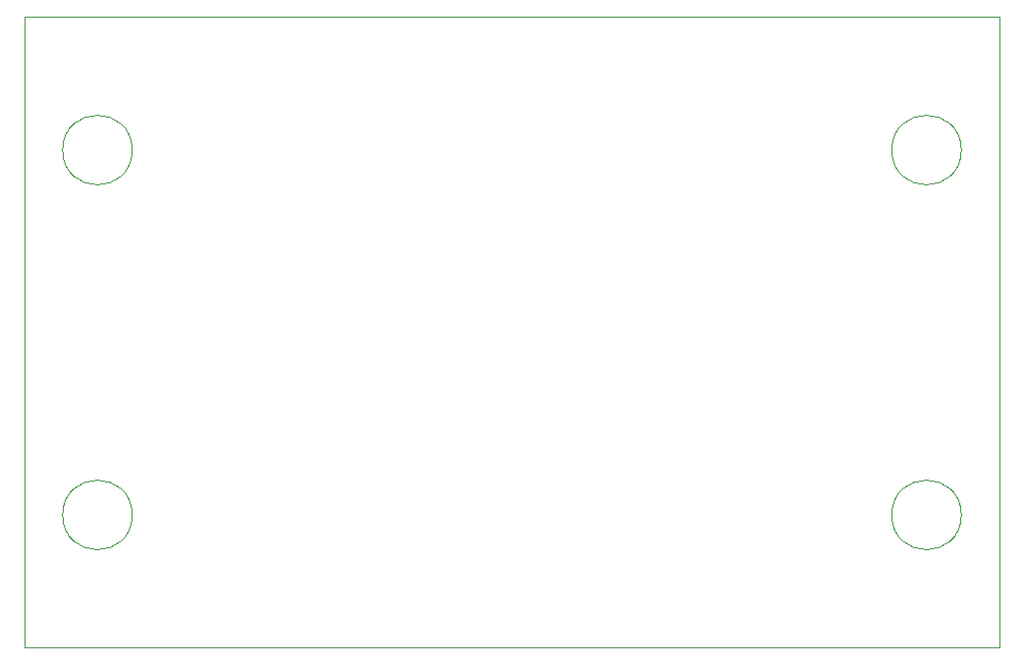
<source format=gbr>
%TF.GenerationSoftware,KiCad,Pcbnew,8.0.6*%
%TF.CreationDate,2024-11-30T03:54:52-08:00*%
%TF.ProjectId,Axion-Board,4178696f-6e2d-4426-9f61-72642e6b6963,rev?*%
%TF.SameCoordinates,Original*%
%TF.FileFunction,Profile,NP*%
%FSLAX46Y46*%
G04 Gerber Fmt 4.6, Leading zero omitted, Abs format (unit mm)*
G04 Created by KiCad (PCBNEW 8.0.6) date 2024-11-30 03:54:52*
%MOMM*%
%LPD*%
G01*
G04 APERTURE LIST*
%TA.AperFunction,Profile*%
%ADD10C,0.100000*%
%TD*%
G04 APERTURE END LIST*
D10*
X109200000Y-63800000D02*
G75*
G02*
X103200000Y-63800000I-3000000J0D01*
G01*
X103200000Y-63800000D02*
G75*
G02*
X109200000Y-63800000I3000000J0D01*
G01*
X180700000Y-63800000D02*
G75*
G02*
X174700000Y-63800000I-3000000J0D01*
G01*
X174700000Y-63800000D02*
G75*
G02*
X180700000Y-63800000I3000000J0D01*
G01*
X99950000Y-106750000D02*
X183950000Y-106750000D01*
X109200000Y-95300000D02*
G75*
G02*
X103200000Y-95300000I-3000000J0D01*
G01*
X103200000Y-95300000D02*
G75*
G02*
X109200000Y-95300000I3000000J0D01*
G01*
X99950000Y-106750000D02*
X99950000Y-52250000D01*
X180700000Y-95300000D02*
G75*
G02*
X174700000Y-95300000I-3000000J0D01*
G01*
X174700000Y-95300000D02*
G75*
G02*
X180700000Y-95300000I3000000J0D01*
G01*
X183950000Y-52250000D02*
X183950000Y-106750000D01*
X183950000Y-52250000D02*
X99950000Y-52250000D01*
M02*

</source>
